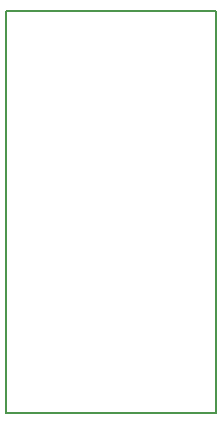
<source format=gko>
G04 #@! TF.GenerationSoftware,KiCad,Pcbnew,(2018-02-16 revision c95340fba)-makepkg*
G04 #@! TF.CreationDate,2018-05-22T14:01:30+02:00*
G04 #@! TF.ProjectId,LIN_USB_CONVERTER,4C494E5F5553425F434F4E5645525445,rev?*
G04 #@! TF.SameCoordinates,PX85b9e30PY4aad300*
G04 #@! TF.FileFunction,Profile,NP*
%FSLAX46Y46*%
G04 Gerber Fmt 4.6, Leading zero omitted, Abs format (unit mm)*
G04 Created by KiCad (PCBNEW (2018-02-16 revision c95340fba)-makepkg) date 05/22/18 14:01:30*
%MOMM*%
%LPD*%
G01*
G04 APERTURE LIST*
%ADD10C,0.200000*%
G04 APERTURE END LIST*
D10*
X17780000Y-34036000D02*
X0Y-34036000D01*
X17780000Y0D02*
X17780000Y-34036000D01*
X0Y0D02*
X17780000Y0D01*
X0Y-34000000D02*
X0Y0D01*
M02*

</source>
